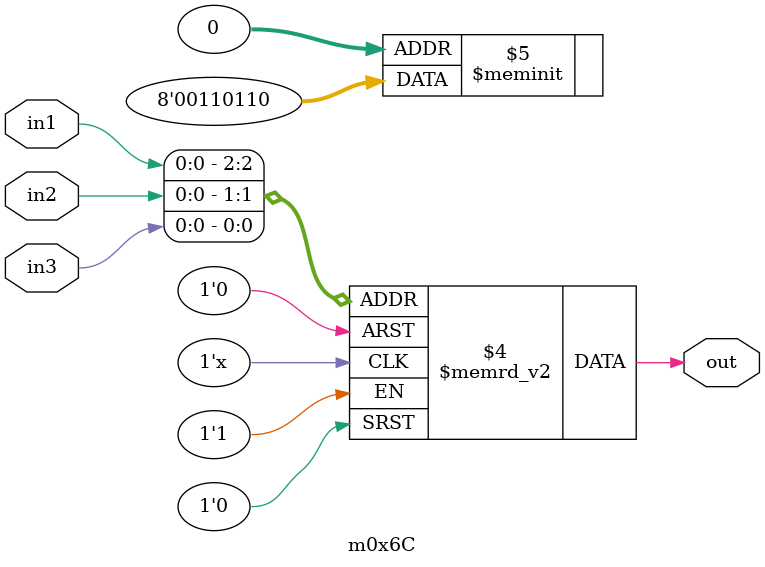
<source format=v>
module m0x6C(output out, input in1, in2, in3);

   always @(in1, in2, in3)
     begin
        case({in1, in2, in3})
          3'b000: {out} = 1'b0;
          3'b001: {out} = 1'b1;
          3'b010: {out} = 1'b1;
          3'b011: {out} = 1'b0;
          3'b100: {out} = 1'b1;
          3'b101: {out} = 1'b1;
          3'b110: {out} = 1'b0;
          3'b111: {out} = 1'b0;
        endcase // case ({in1, in2, in3})
     end // always @ (in1, in2, in3)

endmodule // m0x6C
</source>
